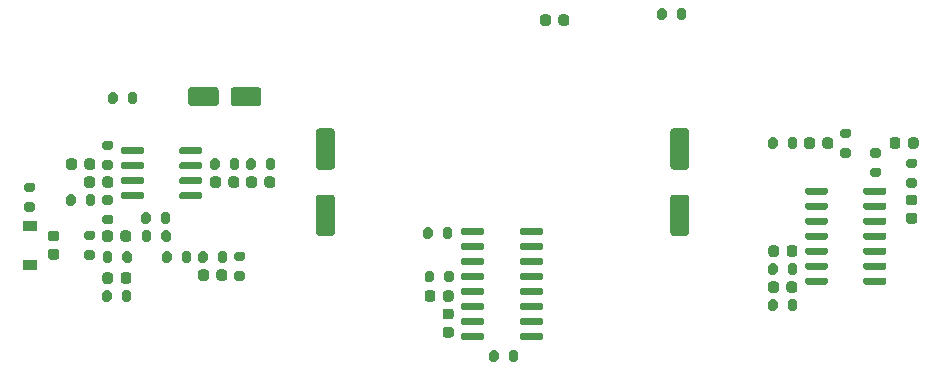
<source format=gbr>
%TF.GenerationSoftware,KiCad,Pcbnew,(5.1.7)-1*%
%TF.CreationDate,2020-11-19T18:07:40-06:00*%
%TF.ProjectId,ConsolePedalPhase,436f6e73-6f6c-4655-9065-64616c506861,rev?*%
%TF.SameCoordinates,Original*%
%TF.FileFunction,Paste,Top*%
%TF.FilePolarity,Positive*%
%FSLAX46Y46*%
G04 Gerber Fmt 4.6, Leading zero omitted, Abs format (unit mm)*
G04 Created by KiCad (PCBNEW (5.1.7)-1) date 2020-11-19 18:07:40*
%MOMM*%
%LPD*%
G01*
G04 APERTURE LIST*
%ADD10R,1.200000X0.900000*%
G04 APERTURE END LIST*
%TO.C,R1*%
G36*
G01*
X92435000Y-102279000D02*
X92985000Y-102279000D01*
G75*
G02*
X93185000Y-102479000I0J-200000D01*
G01*
X93185000Y-102879000D01*
G75*
G02*
X92985000Y-103079000I-200000J0D01*
G01*
X92435000Y-103079000D01*
G75*
G02*
X92235000Y-102879000I0J200000D01*
G01*
X92235000Y-102479000D01*
G75*
G02*
X92435000Y-102279000I200000J0D01*
G01*
G37*
G36*
G01*
X92435000Y-100629000D02*
X92985000Y-100629000D01*
G75*
G02*
X93185000Y-100829000I0J-200000D01*
G01*
X93185000Y-101229000D01*
G75*
G02*
X92985000Y-101429000I-200000J0D01*
G01*
X92435000Y-101429000D01*
G75*
G02*
X92235000Y-101229000I0J200000D01*
G01*
X92235000Y-100829000D01*
G75*
G02*
X92435000Y-100629000I200000J0D01*
G01*
G37*
%TD*%
%TO.C,R3*%
G36*
G01*
X145841000Y-86635000D02*
X145841000Y-86085000D01*
G75*
G02*
X146041000Y-85885000I200000J0D01*
G01*
X146441000Y-85885000D01*
G75*
G02*
X146641000Y-86085000I0J-200000D01*
G01*
X146641000Y-86635000D01*
G75*
G02*
X146441000Y-86835000I-200000J0D01*
G01*
X146041000Y-86835000D01*
G75*
G02*
X145841000Y-86635000I0J200000D01*
G01*
G37*
G36*
G01*
X147491000Y-86635000D02*
X147491000Y-86085000D01*
G75*
G02*
X147691000Y-85885000I200000J0D01*
G01*
X148091000Y-85885000D01*
G75*
G02*
X148291000Y-86085000I0J-200000D01*
G01*
X148291000Y-86635000D01*
G75*
G02*
X148091000Y-86835000I-200000J0D01*
G01*
X147691000Y-86835000D01*
G75*
G02*
X147491000Y-86635000I0J200000D01*
G01*
G37*
%TD*%
%TO.C,C1*%
G36*
G01*
X99777000Y-100334000D02*
X99777000Y-100834000D01*
G75*
G02*
X99552000Y-101059000I-225000J0D01*
G01*
X99102000Y-101059000D01*
G75*
G02*
X98877000Y-100834000I0J225000D01*
G01*
X98877000Y-100334000D01*
G75*
G02*
X99102000Y-100109000I225000J0D01*
G01*
X99552000Y-100109000D01*
G75*
G02*
X99777000Y-100334000I0J-225000D01*
G01*
G37*
G36*
G01*
X98227000Y-100334000D02*
X98227000Y-100834000D01*
G75*
G02*
X98002000Y-101059000I-225000J0D01*
G01*
X97552000Y-101059000D01*
G75*
G02*
X97327000Y-100834000I0J225000D01*
G01*
X97327000Y-100334000D01*
G75*
G02*
X97552000Y-100109000I225000J0D01*
G01*
X98002000Y-100109000D01*
G75*
G02*
X98227000Y-100334000I0J-225000D01*
G01*
G37*
%TD*%
%TO.C,C2*%
G36*
G01*
X135935000Y-87118000D02*
X135935000Y-86618000D01*
G75*
G02*
X136160000Y-86393000I225000J0D01*
G01*
X136610000Y-86393000D01*
G75*
G02*
X136835000Y-86618000I0J-225000D01*
G01*
X136835000Y-87118000D01*
G75*
G02*
X136610000Y-87343000I-225000J0D01*
G01*
X136160000Y-87343000D01*
G75*
G02*
X135935000Y-87118000I0J225000D01*
G01*
G37*
G36*
G01*
X137485000Y-87118000D02*
X137485000Y-86618000D01*
G75*
G02*
X137710000Y-86393000I225000J0D01*
G01*
X138160000Y-86393000D01*
G75*
G02*
X138385000Y-86618000I0J-225000D01*
G01*
X138385000Y-87118000D01*
G75*
G02*
X138160000Y-87343000I-225000J0D01*
G01*
X137710000Y-87343000D01*
G75*
G02*
X137485000Y-87118000I0J225000D01*
G01*
G37*
%TD*%
%TO.C,C3*%
G36*
G01*
X127056000Y-109986000D02*
X127056000Y-110486000D01*
G75*
G02*
X126831000Y-110711000I-225000J0D01*
G01*
X126381000Y-110711000D01*
G75*
G02*
X126156000Y-110486000I0J225000D01*
G01*
X126156000Y-109986000D01*
G75*
G02*
X126381000Y-109761000I225000J0D01*
G01*
X126831000Y-109761000D01*
G75*
G02*
X127056000Y-109986000I0J-225000D01*
G01*
G37*
G36*
G01*
X128606000Y-109986000D02*
X128606000Y-110486000D01*
G75*
G02*
X128381000Y-110711000I-225000J0D01*
G01*
X127931000Y-110711000D01*
G75*
G02*
X127706000Y-110486000I0J225000D01*
G01*
X127706000Y-109986000D01*
G75*
G02*
X127931000Y-109761000I225000J0D01*
G01*
X128381000Y-109761000D01*
G75*
G02*
X128606000Y-109986000I0J-225000D01*
G01*
G37*
%TD*%
%TO.C,C4*%
G36*
G01*
X95803000Y-99310000D02*
X95803000Y-98810000D01*
G75*
G02*
X96028000Y-98585000I225000J0D01*
G01*
X96478000Y-98585000D01*
G75*
G02*
X96703000Y-98810000I0J-225000D01*
G01*
X96703000Y-99310000D01*
G75*
G02*
X96478000Y-99535000I-225000J0D01*
G01*
X96028000Y-99535000D01*
G75*
G02*
X95803000Y-99310000I0J225000D01*
G01*
G37*
G36*
G01*
X97353000Y-99310000D02*
X97353000Y-98810000D01*
G75*
G02*
X97578000Y-98585000I225000J0D01*
G01*
X98028000Y-98585000D01*
G75*
G02*
X98253000Y-98810000I0J-225000D01*
G01*
X98253000Y-99310000D01*
G75*
G02*
X98028000Y-99535000I-225000J0D01*
G01*
X97578000Y-99535000D01*
G75*
G02*
X97353000Y-99310000I0J225000D01*
G01*
G37*
%TD*%
%TO.C,C6*%
G36*
G01*
X94492000Y-104693000D02*
X94992000Y-104693000D01*
G75*
G02*
X95217000Y-104918000I0J-225000D01*
G01*
X95217000Y-105368000D01*
G75*
G02*
X94992000Y-105593000I-225000J0D01*
G01*
X94492000Y-105593000D01*
G75*
G02*
X94267000Y-105368000I0J225000D01*
G01*
X94267000Y-104918000D01*
G75*
G02*
X94492000Y-104693000I225000J0D01*
G01*
G37*
G36*
G01*
X94492000Y-106243000D02*
X94992000Y-106243000D01*
G75*
G02*
X95217000Y-106468000I0J-225000D01*
G01*
X95217000Y-106918000D01*
G75*
G02*
X94992000Y-107143000I-225000J0D01*
G01*
X94492000Y-107143000D01*
G75*
G02*
X94267000Y-106918000I0J225000D01*
G01*
X94267000Y-106468000D01*
G75*
G02*
X94492000Y-106243000I225000J0D01*
G01*
G37*
%TD*%
%TO.C,C7*%
G36*
G01*
X100401000Y-105406000D02*
X100401000Y-104906000D01*
G75*
G02*
X100626000Y-104681000I225000J0D01*
G01*
X101076000Y-104681000D01*
G75*
G02*
X101301000Y-104906000I0J-225000D01*
G01*
X101301000Y-105406000D01*
G75*
G02*
X101076000Y-105631000I-225000J0D01*
G01*
X100626000Y-105631000D01*
G75*
G02*
X100401000Y-105406000I0J225000D01*
G01*
G37*
G36*
G01*
X98851000Y-105406000D02*
X98851000Y-104906000D01*
G75*
G02*
X99076000Y-104681000I225000J0D01*
G01*
X99526000Y-104681000D01*
G75*
G02*
X99751000Y-104906000I0J-225000D01*
G01*
X99751000Y-105406000D01*
G75*
G02*
X99526000Y-105631000I-225000J0D01*
G01*
X99076000Y-105631000D01*
G75*
G02*
X98851000Y-105406000I0J225000D01*
G01*
G37*
%TD*%
%TO.C,C8*%
G36*
G01*
X106979000Y-108708000D02*
X106979000Y-108208000D01*
G75*
G02*
X107204000Y-107983000I225000J0D01*
G01*
X107654000Y-107983000D01*
G75*
G02*
X107879000Y-108208000I0J-225000D01*
G01*
X107879000Y-108708000D01*
G75*
G02*
X107654000Y-108933000I-225000J0D01*
G01*
X107204000Y-108933000D01*
G75*
G02*
X106979000Y-108708000I0J225000D01*
G01*
G37*
G36*
G01*
X108529000Y-108708000D02*
X108529000Y-108208000D01*
G75*
G02*
X108754000Y-107983000I225000J0D01*
G01*
X109204000Y-107983000D01*
G75*
G02*
X109429000Y-108208000I0J-225000D01*
G01*
X109429000Y-108708000D01*
G75*
G02*
X109204000Y-108933000I-225000J0D01*
G01*
X108754000Y-108933000D01*
G75*
G02*
X108529000Y-108708000I0J225000D01*
G01*
G37*
%TD*%
%TO.C,C9*%
G36*
G01*
X100414000Y-108962000D02*
X100414000Y-108462000D01*
G75*
G02*
X100639000Y-108237000I225000J0D01*
G01*
X101089000Y-108237000D01*
G75*
G02*
X101314000Y-108462000I0J-225000D01*
G01*
X101314000Y-108962000D01*
G75*
G02*
X101089000Y-109187000I-225000J0D01*
G01*
X100639000Y-109187000D01*
G75*
G02*
X100414000Y-108962000I0J225000D01*
G01*
G37*
G36*
G01*
X98864000Y-108962000D02*
X98864000Y-108462000D01*
G75*
G02*
X99089000Y-108237000I225000J0D01*
G01*
X99539000Y-108237000D01*
G75*
G02*
X99764000Y-108462000I0J-225000D01*
G01*
X99764000Y-108962000D01*
G75*
G02*
X99539000Y-109187000I-225000J0D01*
G01*
X99089000Y-109187000D01*
G75*
G02*
X98864000Y-108962000I0J225000D01*
G01*
G37*
%TD*%
%TO.C,C12*%
G36*
G01*
X155239000Y-109724000D02*
X155239000Y-109224000D01*
G75*
G02*
X155464000Y-108999000I225000J0D01*
G01*
X155914000Y-108999000D01*
G75*
G02*
X156139000Y-109224000I0J-225000D01*
G01*
X156139000Y-109724000D01*
G75*
G02*
X155914000Y-109949000I-225000J0D01*
G01*
X155464000Y-109949000D01*
G75*
G02*
X155239000Y-109724000I0J225000D01*
G01*
G37*
G36*
G01*
X156789000Y-109724000D02*
X156789000Y-109224000D01*
G75*
G02*
X157014000Y-108999000I225000J0D01*
G01*
X157464000Y-108999000D01*
G75*
G02*
X157689000Y-109224000I0J-225000D01*
G01*
X157689000Y-109724000D01*
G75*
G02*
X157464000Y-109949000I-225000J0D01*
G01*
X157014000Y-109949000D01*
G75*
G02*
X156789000Y-109724000I0J225000D01*
G01*
G37*
%TD*%
%TO.C,C13*%
G36*
G01*
X156152000Y-106176000D02*
X156152000Y-106676000D01*
G75*
G02*
X155927000Y-106901000I-225000J0D01*
G01*
X155477000Y-106901000D01*
G75*
G02*
X155252000Y-106676000I0J225000D01*
G01*
X155252000Y-106176000D01*
G75*
G02*
X155477000Y-105951000I225000J0D01*
G01*
X155927000Y-105951000D01*
G75*
G02*
X156152000Y-106176000I0J-225000D01*
G01*
G37*
G36*
G01*
X157702000Y-106176000D02*
X157702000Y-106676000D01*
G75*
G02*
X157477000Y-106901000I-225000J0D01*
G01*
X157027000Y-106901000D01*
G75*
G02*
X156802000Y-106676000I0J225000D01*
G01*
X156802000Y-106176000D01*
G75*
G02*
X157027000Y-105951000I225000J0D01*
G01*
X157477000Y-105951000D01*
G75*
G02*
X157702000Y-106176000I0J-225000D01*
G01*
G37*
%TD*%
%TO.C,C14*%
G36*
G01*
X158287000Y-97532000D02*
X158287000Y-97032000D01*
G75*
G02*
X158512000Y-96807000I225000J0D01*
G01*
X158962000Y-96807000D01*
G75*
G02*
X159187000Y-97032000I0J-225000D01*
G01*
X159187000Y-97532000D01*
G75*
G02*
X158962000Y-97757000I-225000J0D01*
G01*
X158512000Y-97757000D01*
G75*
G02*
X158287000Y-97532000I0J225000D01*
G01*
G37*
G36*
G01*
X159837000Y-97532000D02*
X159837000Y-97032000D01*
G75*
G02*
X160062000Y-96807000I225000J0D01*
G01*
X160512000Y-96807000D01*
G75*
G02*
X160737000Y-97032000I0J-225000D01*
G01*
X160737000Y-97532000D01*
G75*
G02*
X160512000Y-97757000I-225000J0D01*
G01*
X160062000Y-97757000D01*
G75*
G02*
X159837000Y-97532000I0J225000D01*
G01*
G37*
%TD*%
%TO.C,C15*%
G36*
G01*
X107995000Y-100834000D02*
X107995000Y-100334000D01*
G75*
G02*
X108220000Y-100109000I225000J0D01*
G01*
X108670000Y-100109000D01*
G75*
G02*
X108895000Y-100334000I0J-225000D01*
G01*
X108895000Y-100834000D01*
G75*
G02*
X108670000Y-101059000I-225000J0D01*
G01*
X108220000Y-101059000D01*
G75*
G02*
X107995000Y-100834000I0J225000D01*
G01*
G37*
G36*
G01*
X109545000Y-100834000D02*
X109545000Y-100334000D01*
G75*
G02*
X109770000Y-100109000I225000J0D01*
G01*
X110220000Y-100109000D01*
G75*
G02*
X110445000Y-100334000I0J-225000D01*
G01*
X110445000Y-100834000D01*
G75*
G02*
X110220000Y-101059000I-225000J0D01*
G01*
X109770000Y-101059000D01*
G75*
G02*
X109545000Y-100834000I0J225000D01*
G01*
G37*
%TD*%
%TO.C,C16*%
G36*
G01*
X111043000Y-100834000D02*
X111043000Y-100334000D01*
G75*
G02*
X111268000Y-100109000I225000J0D01*
G01*
X111718000Y-100109000D01*
G75*
G02*
X111943000Y-100334000I0J-225000D01*
G01*
X111943000Y-100834000D01*
G75*
G02*
X111718000Y-101059000I-225000J0D01*
G01*
X111268000Y-101059000D01*
G75*
G02*
X111043000Y-100834000I0J225000D01*
G01*
G37*
G36*
G01*
X112593000Y-100834000D02*
X112593000Y-100334000D01*
G75*
G02*
X112818000Y-100109000I225000J0D01*
G01*
X113268000Y-100109000D01*
G75*
G02*
X113493000Y-100334000I0J-225000D01*
G01*
X113493000Y-100834000D01*
G75*
G02*
X113268000Y-101059000I-225000J0D01*
G01*
X112818000Y-101059000D01*
G75*
G02*
X112593000Y-100834000I0J225000D01*
G01*
G37*
%TD*%
%TO.C,C17*%
G36*
G01*
X166426000Y-97032000D02*
X166426000Y-97532000D01*
G75*
G02*
X166201000Y-97757000I-225000J0D01*
G01*
X165751000Y-97757000D01*
G75*
G02*
X165526000Y-97532000I0J225000D01*
G01*
X165526000Y-97032000D01*
G75*
G02*
X165751000Y-96807000I225000J0D01*
G01*
X166201000Y-96807000D01*
G75*
G02*
X166426000Y-97032000I0J-225000D01*
G01*
G37*
G36*
G01*
X167976000Y-97032000D02*
X167976000Y-97532000D01*
G75*
G02*
X167751000Y-97757000I-225000J0D01*
G01*
X167301000Y-97757000D01*
G75*
G02*
X167076000Y-97532000I0J225000D01*
G01*
X167076000Y-97032000D01*
G75*
G02*
X167301000Y-96807000I225000J0D01*
G01*
X167751000Y-96807000D01*
G75*
G02*
X167976000Y-97032000I0J-225000D01*
G01*
G37*
%TD*%
%TO.C,C18*%
G36*
G01*
X128393000Y-112197000D02*
X127893000Y-112197000D01*
G75*
G02*
X127668000Y-111972000I0J225000D01*
G01*
X127668000Y-111522000D01*
G75*
G02*
X127893000Y-111297000I225000J0D01*
G01*
X128393000Y-111297000D01*
G75*
G02*
X128618000Y-111522000I0J-225000D01*
G01*
X128618000Y-111972000D01*
G75*
G02*
X128393000Y-112197000I-225000J0D01*
G01*
G37*
G36*
G01*
X128393000Y-113747000D02*
X127893000Y-113747000D01*
G75*
G02*
X127668000Y-113522000I0J225000D01*
G01*
X127668000Y-113072000D01*
G75*
G02*
X127893000Y-112847000I225000J0D01*
G01*
X128393000Y-112847000D01*
G75*
G02*
X128618000Y-113072000I0J-225000D01*
G01*
X128618000Y-113522000D01*
G75*
G02*
X128393000Y-113747000I-225000J0D01*
G01*
G37*
%TD*%
%TO.C,C19*%
G36*
G01*
X167636000Y-102545000D02*
X167136000Y-102545000D01*
G75*
G02*
X166911000Y-102320000I0J225000D01*
G01*
X166911000Y-101870000D01*
G75*
G02*
X167136000Y-101645000I225000J0D01*
G01*
X167636000Y-101645000D01*
G75*
G02*
X167861000Y-101870000I0J-225000D01*
G01*
X167861000Y-102320000D01*
G75*
G02*
X167636000Y-102545000I-225000J0D01*
G01*
G37*
G36*
G01*
X167636000Y-104095000D02*
X167136000Y-104095000D01*
G75*
G02*
X166911000Y-103870000I0J225000D01*
G01*
X166911000Y-103420000D01*
G75*
G02*
X167136000Y-103195000I225000J0D01*
G01*
X167636000Y-103195000D01*
G75*
G02*
X167861000Y-103420000I0J-225000D01*
G01*
X167861000Y-103870000D01*
G75*
G02*
X167636000Y-104095000I-225000J0D01*
G01*
G37*
%TD*%
D10*
%TO.C,D3*%
X92710000Y-107568000D03*
X92710000Y-104268000D03*
%TD*%
%TO.C,R2*%
G36*
G01*
X99039000Y-101708000D02*
X99589000Y-101708000D01*
G75*
G02*
X99789000Y-101908000I0J-200000D01*
G01*
X99789000Y-102308000D01*
G75*
G02*
X99589000Y-102508000I-200000J0D01*
G01*
X99039000Y-102508000D01*
G75*
G02*
X98839000Y-102308000I0J200000D01*
G01*
X98839000Y-101908000D01*
G75*
G02*
X99039000Y-101708000I200000J0D01*
G01*
G37*
G36*
G01*
X99039000Y-103358000D02*
X99589000Y-103358000D01*
G75*
G02*
X99789000Y-103558000I0J-200000D01*
G01*
X99789000Y-103958000D01*
G75*
G02*
X99589000Y-104158000I-200000J0D01*
G01*
X99039000Y-104158000D01*
G75*
G02*
X98839000Y-103958000I0J200000D01*
G01*
X98839000Y-103558000D01*
G75*
G02*
X99039000Y-103358000I200000J0D01*
G01*
G37*
%TD*%
%TO.C,R4*%
G36*
G01*
X127806000Y-108860000D02*
X127806000Y-108310000D01*
G75*
G02*
X128006000Y-108110000I200000J0D01*
G01*
X128406000Y-108110000D01*
G75*
G02*
X128606000Y-108310000I0J-200000D01*
G01*
X128606000Y-108860000D01*
G75*
G02*
X128406000Y-109060000I-200000J0D01*
G01*
X128006000Y-109060000D01*
G75*
G02*
X127806000Y-108860000I0J200000D01*
G01*
G37*
G36*
G01*
X126156000Y-108860000D02*
X126156000Y-108310000D01*
G75*
G02*
X126356000Y-108110000I200000J0D01*
G01*
X126756000Y-108110000D01*
G75*
G02*
X126956000Y-108310000I0J-200000D01*
G01*
X126956000Y-108860000D01*
G75*
G02*
X126756000Y-109060000I-200000J0D01*
G01*
X126356000Y-109060000D01*
G75*
G02*
X126156000Y-108860000I0J200000D01*
G01*
G37*
%TD*%
%TO.C,R5*%
G36*
G01*
X127679000Y-105177000D02*
X127679000Y-104627000D01*
G75*
G02*
X127879000Y-104427000I200000J0D01*
G01*
X128279000Y-104427000D01*
G75*
G02*
X128479000Y-104627000I0J-200000D01*
G01*
X128479000Y-105177000D01*
G75*
G02*
X128279000Y-105377000I-200000J0D01*
G01*
X127879000Y-105377000D01*
G75*
G02*
X127679000Y-105177000I0J200000D01*
G01*
G37*
G36*
G01*
X126029000Y-105177000D02*
X126029000Y-104627000D01*
G75*
G02*
X126229000Y-104427000I200000J0D01*
G01*
X126629000Y-104427000D01*
G75*
G02*
X126829000Y-104627000I0J-200000D01*
G01*
X126829000Y-105177000D01*
G75*
G02*
X126629000Y-105377000I-200000J0D01*
G01*
X126229000Y-105377000D01*
G75*
G02*
X126029000Y-105177000I0J200000D01*
G01*
G37*
%TD*%
%TO.C,R6*%
G36*
G01*
X104731000Y-106659000D02*
X104731000Y-107209000D01*
G75*
G02*
X104531000Y-107409000I-200000J0D01*
G01*
X104131000Y-107409000D01*
G75*
G02*
X103931000Y-107209000I0J200000D01*
G01*
X103931000Y-106659000D01*
G75*
G02*
X104131000Y-106459000I200000J0D01*
G01*
X104531000Y-106459000D01*
G75*
G02*
X104731000Y-106659000I0J-200000D01*
G01*
G37*
G36*
G01*
X106381000Y-106659000D02*
X106381000Y-107209000D01*
G75*
G02*
X106181000Y-107409000I-200000J0D01*
G01*
X105781000Y-107409000D01*
G75*
G02*
X105581000Y-107209000I0J200000D01*
G01*
X105581000Y-106659000D01*
G75*
G02*
X105781000Y-106459000I200000J0D01*
G01*
X106181000Y-106459000D01*
G75*
G02*
X106381000Y-106659000I0J-200000D01*
G01*
G37*
%TD*%
%TO.C,R7*%
G36*
G01*
X98914000Y-107209000D02*
X98914000Y-106659000D01*
G75*
G02*
X99114000Y-106459000I200000J0D01*
G01*
X99514000Y-106459000D01*
G75*
G02*
X99714000Y-106659000I0J-200000D01*
G01*
X99714000Y-107209000D01*
G75*
G02*
X99514000Y-107409000I-200000J0D01*
G01*
X99114000Y-107409000D01*
G75*
G02*
X98914000Y-107209000I0J200000D01*
G01*
G37*
G36*
G01*
X100564000Y-107209000D02*
X100564000Y-106659000D01*
G75*
G02*
X100764000Y-106459000I200000J0D01*
G01*
X101164000Y-106459000D01*
G75*
G02*
X101364000Y-106659000I0J-200000D01*
G01*
X101364000Y-107209000D01*
G75*
G02*
X101164000Y-107409000I-200000J0D01*
G01*
X100764000Y-107409000D01*
G75*
G02*
X100564000Y-107209000I0J200000D01*
G01*
G37*
%TD*%
%TO.C,R8*%
G36*
G01*
X102153000Y-103907000D02*
X102153000Y-103357000D01*
G75*
G02*
X102353000Y-103157000I200000J0D01*
G01*
X102753000Y-103157000D01*
G75*
G02*
X102953000Y-103357000I0J-200000D01*
G01*
X102953000Y-103907000D01*
G75*
G02*
X102753000Y-104107000I-200000J0D01*
G01*
X102353000Y-104107000D01*
G75*
G02*
X102153000Y-103907000I0J200000D01*
G01*
G37*
G36*
G01*
X103803000Y-103907000D02*
X103803000Y-103357000D01*
G75*
G02*
X104003000Y-103157000I200000J0D01*
G01*
X104403000Y-103157000D01*
G75*
G02*
X104603000Y-103357000I0J-200000D01*
G01*
X104603000Y-103907000D01*
G75*
G02*
X104403000Y-104107000I-200000J0D01*
G01*
X104003000Y-104107000D01*
G75*
G02*
X103803000Y-103907000I0J200000D01*
G01*
G37*
%TD*%
%TO.C,R9*%
G36*
G01*
X102216000Y-105431000D02*
X102216000Y-104881000D01*
G75*
G02*
X102416000Y-104681000I200000J0D01*
G01*
X102816000Y-104681000D01*
G75*
G02*
X103016000Y-104881000I0J-200000D01*
G01*
X103016000Y-105431000D01*
G75*
G02*
X102816000Y-105631000I-200000J0D01*
G01*
X102416000Y-105631000D01*
G75*
G02*
X102216000Y-105431000I0J200000D01*
G01*
G37*
G36*
G01*
X103866000Y-105431000D02*
X103866000Y-104881000D01*
G75*
G02*
X104066000Y-104681000I200000J0D01*
G01*
X104466000Y-104681000D01*
G75*
G02*
X104666000Y-104881000I0J-200000D01*
G01*
X104666000Y-105431000D01*
G75*
G02*
X104466000Y-105631000I-200000J0D01*
G01*
X104066000Y-105631000D01*
G75*
G02*
X103866000Y-105431000I0J200000D01*
G01*
G37*
%TD*%
%TO.C,R10*%
G36*
G01*
X108629000Y-107209000D02*
X108629000Y-106659000D01*
G75*
G02*
X108829000Y-106459000I200000J0D01*
G01*
X109229000Y-106459000D01*
G75*
G02*
X109429000Y-106659000I0J-200000D01*
G01*
X109429000Y-107209000D01*
G75*
G02*
X109229000Y-107409000I-200000J0D01*
G01*
X108829000Y-107409000D01*
G75*
G02*
X108629000Y-107209000I0J200000D01*
G01*
G37*
G36*
G01*
X106979000Y-107209000D02*
X106979000Y-106659000D01*
G75*
G02*
X107179000Y-106459000I200000J0D01*
G01*
X107579000Y-106459000D01*
G75*
G02*
X107779000Y-106659000I0J-200000D01*
G01*
X107779000Y-107209000D01*
G75*
G02*
X107579000Y-107409000I-200000J0D01*
G01*
X107179000Y-107409000D01*
G75*
G02*
X106979000Y-107209000I0J200000D01*
G01*
G37*
%TD*%
%TO.C,R11*%
G36*
G01*
X98065000Y-105493000D02*
X97515000Y-105493000D01*
G75*
G02*
X97315000Y-105293000I0J200000D01*
G01*
X97315000Y-104893000D01*
G75*
G02*
X97515000Y-104693000I200000J0D01*
G01*
X98065000Y-104693000D01*
G75*
G02*
X98265000Y-104893000I0J-200000D01*
G01*
X98265000Y-105293000D01*
G75*
G02*
X98065000Y-105493000I-200000J0D01*
G01*
G37*
G36*
G01*
X98065000Y-107143000D02*
X97515000Y-107143000D01*
G75*
G02*
X97315000Y-106943000I0J200000D01*
G01*
X97315000Y-106543000D01*
G75*
G02*
X97515000Y-106343000I200000J0D01*
G01*
X98065000Y-106343000D01*
G75*
G02*
X98265000Y-106543000I0J-200000D01*
G01*
X98265000Y-106943000D01*
G75*
G02*
X98065000Y-107143000I-200000J0D01*
G01*
G37*
%TD*%
%TO.C,R12*%
G36*
G01*
X96603000Y-101833000D02*
X96603000Y-102383000D01*
G75*
G02*
X96403000Y-102583000I-200000J0D01*
G01*
X96003000Y-102583000D01*
G75*
G02*
X95803000Y-102383000I0J200000D01*
G01*
X95803000Y-101833000D01*
G75*
G02*
X96003000Y-101633000I200000J0D01*
G01*
X96403000Y-101633000D01*
G75*
G02*
X96603000Y-101833000I0J-200000D01*
G01*
G37*
G36*
G01*
X98253000Y-101833000D02*
X98253000Y-102383000D01*
G75*
G02*
X98053000Y-102583000I-200000J0D01*
G01*
X97653000Y-102583000D01*
G75*
G02*
X97453000Y-102383000I0J200000D01*
G01*
X97453000Y-101833000D01*
G75*
G02*
X97653000Y-101633000I200000J0D01*
G01*
X98053000Y-101633000D01*
G75*
G02*
X98253000Y-101833000I0J-200000D01*
G01*
G37*
%TD*%
%TO.C,R13*%
G36*
G01*
X110765000Y-108921000D02*
X110215000Y-108921000D01*
G75*
G02*
X110015000Y-108721000I0J200000D01*
G01*
X110015000Y-108321000D01*
G75*
G02*
X110215000Y-108121000I200000J0D01*
G01*
X110765000Y-108121000D01*
G75*
G02*
X110965000Y-108321000I0J-200000D01*
G01*
X110965000Y-108721000D01*
G75*
G02*
X110765000Y-108921000I-200000J0D01*
G01*
G37*
G36*
G01*
X110765000Y-107271000D02*
X110215000Y-107271000D01*
G75*
G02*
X110015000Y-107071000I0J200000D01*
G01*
X110015000Y-106671000D01*
G75*
G02*
X110215000Y-106471000I200000J0D01*
G01*
X110765000Y-106471000D01*
G75*
G02*
X110965000Y-106671000I0J-200000D01*
G01*
X110965000Y-107071000D01*
G75*
G02*
X110765000Y-107271000I-200000J0D01*
G01*
G37*
%TD*%
%TO.C,R14*%
G36*
G01*
X99651000Y-109961000D02*
X99651000Y-110511000D01*
G75*
G02*
X99451000Y-110711000I-200000J0D01*
G01*
X99051000Y-110711000D01*
G75*
G02*
X98851000Y-110511000I0J200000D01*
G01*
X98851000Y-109961000D01*
G75*
G02*
X99051000Y-109761000I200000J0D01*
G01*
X99451000Y-109761000D01*
G75*
G02*
X99651000Y-109961000I0J-200000D01*
G01*
G37*
G36*
G01*
X101301000Y-109961000D02*
X101301000Y-110511000D01*
G75*
G02*
X101101000Y-110711000I-200000J0D01*
G01*
X100701000Y-110711000D01*
G75*
G02*
X100501000Y-110511000I0J200000D01*
G01*
X100501000Y-109961000D01*
G75*
G02*
X100701000Y-109761000I200000J0D01*
G01*
X101101000Y-109761000D01*
G75*
G02*
X101301000Y-109961000I0J-200000D01*
G01*
G37*
%TD*%
%TO.C,R15*%
G36*
G01*
X155239000Y-111273000D02*
X155239000Y-110723000D01*
G75*
G02*
X155439000Y-110523000I200000J0D01*
G01*
X155839000Y-110523000D01*
G75*
G02*
X156039000Y-110723000I0J-200000D01*
G01*
X156039000Y-111273000D01*
G75*
G02*
X155839000Y-111473000I-200000J0D01*
G01*
X155439000Y-111473000D01*
G75*
G02*
X155239000Y-111273000I0J200000D01*
G01*
G37*
G36*
G01*
X156889000Y-111273000D02*
X156889000Y-110723000D01*
G75*
G02*
X157089000Y-110523000I200000J0D01*
G01*
X157489000Y-110523000D01*
G75*
G02*
X157689000Y-110723000I0J-200000D01*
G01*
X157689000Y-111273000D01*
G75*
G02*
X157489000Y-111473000I-200000J0D01*
G01*
X157089000Y-111473000D01*
G75*
G02*
X156889000Y-111273000I0J200000D01*
G01*
G37*
%TD*%
%TO.C,R16*%
G36*
G01*
X157689000Y-107675000D02*
X157689000Y-108225000D01*
G75*
G02*
X157489000Y-108425000I-200000J0D01*
G01*
X157089000Y-108425000D01*
G75*
G02*
X156889000Y-108225000I0J200000D01*
G01*
X156889000Y-107675000D01*
G75*
G02*
X157089000Y-107475000I200000J0D01*
G01*
X157489000Y-107475000D01*
G75*
G02*
X157689000Y-107675000I0J-200000D01*
G01*
G37*
G36*
G01*
X156039000Y-107675000D02*
X156039000Y-108225000D01*
G75*
G02*
X155839000Y-108425000I-200000J0D01*
G01*
X155439000Y-108425000D01*
G75*
G02*
X155239000Y-108225000I0J200000D01*
G01*
X155239000Y-107675000D01*
G75*
G02*
X155439000Y-107475000I200000J0D01*
G01*
X155839000Y-107475000D01*
G75*
G02*
X156039000Y-107675000I0J-200000D01*
G01*
G37*
%TD*%
%TO.C,R17*%
G36*
G01*
X99039000Y-97073000D02*
X99589000Y-97073000D01*
G75*
G02*
X99789000Y-97273000I0J-200000D01*
G01*
X99789000Y-97673000D01*
G75*
G02*
X99589000Y-97873000I-200000J0D01*
G01*
X99039000Y-97873000D01*
G75*
G02*
X98839000Y-97673000I0J200000D01*
G01*
X98839000Y-97273000D01*
G75*
G02*
X99039000Y-97073000I200000J0D01*
G01*
G37*
G36*
G01*
X99039000Y-98723000D02*
X99589000Y-98723000D01*
G75*
G02*
X99789000Y-98923000I0J-200000D01*
G01*
X99789000Y-99323000D01*
G75*
G02*
X99589000Y-99523000I-200000J0D01*
G01*
X99039000Y-99523000D01*
G75*
G02*
X98839000Y-99323000I0J200000D01*
G01*
X98839000Y-98923000D01*
G75*
G02*
X99039000Y-98723000I200000J0D01*
G01*
G37*
%TD*%
%TO.C,R18*%
G36*
G01*
X101809000Y-93197000D02*
X101809000Y-93747000D01*
G75*
G02*
X101609000Y-93947000I-200000J0D01*
G01*
X101209000Y-93947000D01*
G75*
G02*
X101009000Y-93747000I0J200000D01*
G01*
X101009000Y-93197000D01*
G75*
G02*
X101209000Y-92997000I200000J0D01*
G01*
X101609000Y-92997000D01*
G75*
G02*
X101809000Y-93197000I0J-200000D01*
G01*
G37*
G36*
G01*
X100159000Y-93197000D02*
X100159000Y-93747000D01*
G75*
G02*
X99959000Y-93947000I-200000J0D01*
G01*
X99559000Y-93947000D01*
G75*
G02*
X99359000Y-93747000I0J200000D01*
G01*
X99359000Y-93197000D01*
G75*
G02*
X99559000Y-92997000I200000J0D01*
G01*
X99959000Y-92997000D01*
G75*
G02*
X100159000Y-93197000I0J-200000D01*
G01*
G37*
%TD*%
%TO.C,R19*%
G36*
G01*
X161523000Y-96057000D02*
X162073000Y-96057000D01*
G75*
G02*
X162273000Y-96257000I0J-200000D01*
G01*
X162273000Y-96657000D01*
G75*
G02*
X162073000Y-96857000I-200000J0D01*
G01*
X161523000Y-96857000D01*
G75*
G02*
X161323000Y-96657000I0J200000D01*
G01*
X161323000Y-96257000D01*
G75*
G02*
X161523000Y-96057000I200000J0D01*
G01*
G37*
G36*
G01*
X161523000Y-97707000D02*
X162073000Y-97707000D01*
G75*
G02*
X162273000Y-97907000I0J-200000D01*
G01*
X162273000Y-98307000D01*
G75*
G02*
X162073000Y-98507000I-200000J0D01*
G01*
X161523000Y-98507000D01*
G75*
G02*
X161323000Y-98307000I0J200000D01*
G01*
X161323000Y-97907000D01*
G75*
G02*
X161523000Y-97707000I200000J0D01*
G01*
G37*
%TD*%
%TO.C,R20*%
G36*
G01*
X109645000Y-99335000D02*
X109645000Y-98785000D01*
G75*
G02*
X109845000Y-98585000I200000J0D01*
G01*
X110245000Y-98585000D01*
G75*
G02*
X110445000Y-98785000I0J-200000D01*
G01*
X110445000Y-99335000D01*
G75*
G02*
X110245000Y-99535000I-200000J0D01*
G01*
X109845000Y-99535000D01*
G75*
G02*
X109645000Y-99335000I0J200000D01*
G01*
G37*
G36*
G01*
X107995000Y-99335000D02*
X107995000Y-98785000D01*
G75*
G02*
X108195000Y-98585000I200000J0D01*
G01*
X108595000Y-98585000D01*
G75*
G02*
X108795000Y-98785000I0J-200000D01*
G01*
X108795000Y-99335000D01*
G75*
G02*
X108595000Y-99535000I-200000J0D01*
G01*
X108195000Y-99535000D01*
G75*
G02*
X107995000Y-99335000I0J200000D01*
G01*
G37*
%TD*%
%TO.C,R21*%
G36*
G01*
X155239000Y-97557000D02*
X155239000Y-97007000D01*
G75*
G02*
X155439000Y-96807000I200000J0D01*
G01*
X155839000Y-96807000D01*
G75*
G02*
X156039000Y-97007000I0J-200000D01*
G01*
X156039000Y-97557000D01*
G75*
G02*
X155839000Y-97757000I-200000J0D01*
G01*
X155439000Y-97757000D01*
G75*
G02*
X155239000Y-97557000I0J200000D01*
G01*
G37*
G36*
G01*
X156889000Y-97557000D02*
X156889000Y-97007000D01*
G75*
G02*
X157089000Y-96807000I200000J0D01*
G01*
X157489000Y-96807000D01*
G75*
G02*
X157689000Y-97007000I0J-200000D01*
G01*
X157689000Y-97557000D01*
G75*
G02*
X157489000Y-97757000I-200000J0D01*
G01*
X157089000Y-97757000D01*
G75*
G02*
X156889000Y-97557000I0J200000D01*
G01*
G37*
%TD*%
%TO.C,R22*%
G36*
G01*
X164063000Y-99358000D02*
X164613000Y-99358000D01*
G75*
G02*
X164813000Y-99558000I0J-200000D01*
G01*
X164813000Y-99958000D01*
G75*
G02*
X164613000Y-100158000I-200000J0D01*
G01*
X164063000Y-100158000D01*
G75*
G02*
X163863000Y-99958000I0J200000D01*
G01*
X163863000Y-99558000D01*
G75*
G02*
X164063000Y-99358000I200000J0D01*
G01*
G37*
G36*
G01*
X164063000Y-97708000D02*
X164613000Y-97708000D01*
G75*
G02*
X164813000Y-97908000I0J-200000D01*
G01*
X164813000Y-98308000D01*
G75*
G02*
X164613000Y-98508000I-200000J0D01*
G01*
X164063000Y-98508000D01*
G75*
G02*
X163863000Y-98308000I0J200000D01*
G01*
X163863000Y-97908000D01*
G75*
G02*
X164063000Y-97708000I200000J0D01*
G01*
G37*
%TD*%
%TO.C,R23*%
G36*
G01*
X113493000Y-98785000D02*
X113493000Y-99335000D01*
G75*
G02*
X113293000Y-99535000I-200000J0D01*
G01*
X112893000Y-99535000D01*
G75*
G02*
X112693000Y-99335000I0J200000D01*
G01*
X112693000Y-98785000D01*
G75*
G02*
X112893000Y-98585000I200000J0D01*
G01*
X113293000Y-98585000D01*
G75*
G02*
X113493000Y-98785000I0J-200000D01*
G01*
G37*
G36*
G01*
X111843000Y-98785000D02*
X111843000Y-99335000D01*
G75*
G02*
X111643000Y-99535000I-200000J0D01*
G01*
X111243000Y-99535000D01*
G75*
G02*
X111043000Y-99335000I0J200000D01*
G01*
X111043000Y-98785000D01*
G75*
G02*
X111243000Y-98585000I200000J0D01*
G01*
X111643000Y-98585000D01*
G75*
G02*
X111843000Y-98785000I0J-200000D01*
G01*
G37*
%TD*%
%TO.C,R24*%
G36*
G01*
X133267000Y-115591000D02*
X133267000Y-115041000D01*
G75*
G02*
X133467000Y-114841000I200000J0D01*
G01*
X133867000Y-114841000D01*
G75*
G02*
X134067000Y-115041000I0J-200000D01*
G01*
X134067000Y-115591000D01*
G75*
G02*
X133867000Y-115791000I-200000J0D01*
G01*
X133467000Y-115791000D01*
G75*
G02*
X133267000Y-115591000I0J200000D01*
G01*
G37*
G36*
G01*
X131617000Y-115591000D02*
X131617000Y-115041000D01*
G75*
G02*
X131817000Y-114841000I200000J0D01*
G01*
X132217000Y-114841000D01*
G75*
G02*
X132417000Y-115041000I0J-200000D01*
G01*
X132417000Y-115591000D01*
G75*
G02*
X132217000Y-115791000I-200000J0D01*
G01*
X131817000Y-115791000D01*
G75*
G02*
X131617000Y-115591000I0J200000D01*
G01*
G37*
%TD*%
%TO.C,R25*%
G36*
G01*
X167661000Y-99397000D02*
X167111000Y-99397000D01*
G75*
G02*
X166911000Y-99197000I0J200000D01*
G01*
X166911000Y-98797000D01*
G75*
G02*
X167111000Y-98597000I200000J0D01*
G01*
X167661000Y-98597000D01*
G75*
G02*
X167861000Y-98797000I0J-200000D01*
G01*
X167861000Y-99197000D01*
G75*
G02*
X167661000Y-99397000I-200000J0D01*
G01*
G37*
G36*
G01*
X167661000Y-101047000D02*
X167111000Y-101047000D01*
G75*
G02*
X166911000Y-100847000I0J200000D01*
G01*
X166911000Y-100447000D01*
G75*
G02*
X167111000Y-100247000I200000J0D01*
G01*
X167661000Y-100247000D01*
G75*
G02*
X167861000Y-100447000I0J-200000D01*
G01*
X167861000Y-100847000D01*
G75*
G02*
X167661000Y-101047000I-200000J0D01*
G01*
G37*
%TD*%
%TO.C,U1*%
G36*
G01*
X100436000Y-98067000D02*
X100436000Y-97767000D01*
G75*
G02*
X100586000Y-97617000I150000J0D01*
G01*
X102236000Y-97617000D01*
G75*
G02*
X102386000Y-97767000I0J-150000D01*
G01*
X102386000Y-98067000D01*
G75*
G02*
X102236000Y-98217000I-150000J0D01*
G01*
X100586000Y-98217000D01*
G75*
G02*
X100436000Y-98067000I0J150000D01*
G01*
G37*
G36*
G01*
X100436000Y-99337000D02*
X100436000Y-99037000D01*
G75*
G02*
X100586000Y-98887000I150000J0D01*
G01*
X102236000Y-98887000D01*
G75*
G02*
X102386000Y-99037000I0J-150000D01*
G01*
X102386000Y-99337000D01*
G75*
G02*
X102236000Y-99487000I-150000J0D01*
G01*
X100586000Y-99487000D01*
G75*
G02*
X100436000Y-99337000I0J150000D01*
G01*
G37*
G36*
G01*
X100436000Y-100607000D02*
X100436000Y-100307000D01*
G75*
G02*
X100586000Y-100157000I150000J0D01*
G01*
X102236000Y-100157000D01*
G75*
G02*
X102386000Y-100307000I0J-150000D01*
G01*
X102386000Y-100607000D01*
G75*
G02*
X102236000Y-100757000I-150000J0D01*
G01*
X100586000Y-100757000D01*
G75*
G02*
X100436000Y-100607000I0J150000D01*
G01*
G37*
G36*
G01*
X100436000Y-101877000D02*
X100436000Y-101577000D01*
G75*
G02*
X100586000Y-101427000I150000J0D01*
G01*
X102236000Y-101427000D01*
G75*
G02*
X102386000Y-101577000I0J-150000D01*
G01*
X102386000Y-101877000D01*
G75*
G02*
X102236000Y-102027000I-150000J0D01*
G01*
X100586000Y-102027000D01*
G75*
G02*
X100436000Y-101877000I0J150000D01*
G01*
G37*
G36*
G01*
X105386000Y-101877000D02*
X105386000Y-101577000D01*
G75*
G02*
X105536000Y-101427000I150000J0D01*
G01*
X107186000Y-101427000D01*
G75*
G02*
X107336000Y-101577000I0J-150000D01*
G01*
X107336000Y-101877000D01*
G75*
G02*
X107186000Y-102027000I-150000J0D01*
G01*
X105536000Y-102027000D01*
G75*
G02*
X105386000Y-101877000I0J150000D01*
G01*
G37*
G36*
G01*
X105386000Y-100607000D02*
X105386000Y-100307000D01*
G75*
G02*
X105536000Y-100157000I150000J0D01*
G01*
X107186000Y-100157000D01*
G75*
G02*
X107336000Y-100307000I0J-150000D01*
G01*
X107336000Y-100607000D01*
G75*
G02*
X107186000Y-100757000I-150000J0D01*
G01*
X105536000Y-100757000D01*
G75*
G02*
X105386000Y-100607000I0J150000D01*
G01*
G37*
G36*
G01*
X105386000Y-99337000D02*
X105386000Y-99037000D01*
G75*
G02*
X105536000Y-98887000I150000J0D01*
G01*
X107186000Y-98887000D01*
G75*
G02*
X107336000Y-99037000I0J-150000D01*
G01*
X107336000Y-99337000D01*
G75*
G02*
X107186000Y-99487000I-150000J0D01*
G01*
X105536000Y-99487000D01*
G75*
G02*
X105386000Y-99337000I0J150000D01*
G01*
G37*
G36*
G01*
X105386000Y-98067000D02*
X105386000Y-97767000D01*
G75*
G02*
X105536000Y-97617000I150000J0D01*
G01*
X107186000Y-97617000D01*
G75*
G02*
X107336000Y-97767000I0J-150000D01*
G01*
X107336000Y-98067000D01*
G75*
G02*
X107186000Y-98217000I-150000J0D01*
G01*
X105536000Y-98217000D01*
G75*
G02*
X105386000Y-98067000I0J150000D01*
G01*
G37*
%TD*%
%TO.C,U2*%
G36*
G01*
X158348000Y-101496000D02*
X158348000Y-101196000D01*
G75*
G02*
X158498000Y-101046000I150000J0D01*
G01*
X160148000Y-101046000D01*
G75*
G02*
X160298000Y-101196000I0J-150000D01*
G01*
X160298000Y-101496000D01*
G75*
G02*
X160148000Y-101646000I-150000J0D01*
G01*
X158498000Y-101646000D01*
G75*
G02*
X158348000Y-101496000I0J150000D01*
G01*
G37*
G36*
G01*
X158348000Y-102766000D02*
X158348000Y-102466000D01*
G75*
G02*
X158498000Y-102316000I150000J0D01*
G01*
X160148000Y-102316000D01*
G75*
G02*
X160298000Y-102466000I0J-150000D01*
G01*
X160298000Y-102766000D01*
G75*
G02*
X160148000Y-102916000I-150000J0D01*
G01*
X158498000Y-102916000D01*
G75*
G02*
X158348000Y-102766000I0J150000D01*
G01*
G37*
G36*
G01*
X158348000Y-104036000D02*
X158348000Y-103736000D01*
G75*
G02*
X158498000Y-103586000I150000J0D01*
G01*
X160148000Y-103586000D01*
G75*
G02*
X160298000Y-103736000I0J-150000D01*
G01*
X160298000Y-104036000D01*
G75*
G02*
X160148000Y-104186000I-150000J0D01*
G01*
X158498000Y-104186000D01*
G75*
G02*
X158348000Y-104036000I0J150000D01*
G01*
G37*
G36*
G01*
X158348000Y-105306000D02*
X158348000Y-105006000D01*
G75*
G02*
X158498000Y-104856000I150000J0D01*
G01*
X160148000Y-104856000D01*
G75*
G02*
X160298000Y-105006000I0J-150000D01*
G01*
X160298000Y-105306000D01*
G75*
G02*
X160148000Y-105456000I-150000J0D01*
G01*
X158498000Y-105456000D01*
G75*
G02*
X158348000Y-105306000I0J150000D01*
G01*
G37*
G36*
G01*
X158348000Y-106576000D02*
X158348000Y-106276000D01*
G75*
G02*
X158498000Y-106126000I150000J0D01*
G01*
X160148000Y-106126000D01*
G75*
G02*
X160298000Y-106276000I0J-150000D01*
G01*
X160298000Y-106576000D01*
G75*
G02*
X160148000Y-106726000I-150000J0D01*
G01*
X158498000Y-106726000D01*
G75*
G02*
X158348000Y-106576000I0J150000D01*
G01*
G37*
G36*
G01*
X158348000Y-107846000D02*
X158348000Y-107546000D01*
G75*
G02*
X158498000Y-107396000I150000J0D01*
G01*
X160148000Y-107396000D01*
G75*
G02*
X160298000Y-107546000I0J-150000D01*
G01*
X160298000Y-107846000D01*
G75*
G02*
X160148000Y-107996000I-150000J0D01*
G01*
X158498000Y-107996000D01*
G75*
G02*
X158348000Y-107846000I0J150000D01*
G01*
G37*
G36*
G01*
X158348000Y-109116000D02*
X158348000Y-108816000D01*
G75*
G02*
X158498000Y-108666000I150000J0D01*
G01*
X160148000Y-108666000D01*
G75*
G02*
X160298000Y-108816000I0J-150000D01*
G01*
X160298000Y-109116000D01*
G75*
G02*
X160148000Y-109266000I-150000J0D01*
G01*
X158498000Y-109266000D01*
G75*
G02*
X158348000Y-109116000I0J150000D01*
G01*
G37*
G36*
G01*
X163298000Y-109116000D02*
X163298000Y-108816000D01*
G75*
G02*
X163448000Y-108666000I150000J0D01*
G01*
X165098000Y-108666000D01*
G75*
G02*
X165248000Y-108816000I0J-150000D01*
G01*
X165248000Y-109116000D01*
G75*
G02*
X165098000Y-109266000I-150000J0D01*
G01*
X163448000Y-109266000D01*
G75*
G02*
X163298000Y-109116000I0J150000D01*
G01*
G37*
G36*
G01*
X163298000Y-107846000D02*
X163298000Y-107546000D01*
G75*
G02*
X163448000Y-107396000I150000J0D01*
G01*
X165098000Y-107396000D01*
G75*
G02*
X165248000Y-107546000I0J-150000D01*
G01*
X165248000Y-107846000D01*
G75*
G02*
X165098000Y-107996000I-150000J0D01*
G01*
X163448000Y-107996000D01*
G75*
G02*
X163298000Y-107846000I0J150000D01*
G01*
G37*
G36*
G01*
X163298000Y-106576000D02*
X163298000Y-106276000D01*
G75*
G02*
X163448000Y-106126000I150000J0D01*
G01*
X165098000Y-106126000D01*
G75*
G02*
X165248000Y-106276000I0J-150000D01*
G01*
X165248000Y-106576000D01*
G75*
G02*
X165098000Y-106726000I-150000J0D01*
G01*
X163448000Y-106726000D01*
G75*
G02*
X163298000Y-106576000I0J150000D01*
G01*
G37*
G36*
G01*
X163298000Y-105306000D02*
X163298000Y-105006000D01*
G75*
G02*
X163448000Y-104856000I150000J0D01*
G01*
X165098000Y-104856000D01*
G75*
G02*
X165248000Y-105006000I0J-150000D01*
G01*
X165248000Y-105306000D01*
G75*
G02*
X165098000Y-105456000I-150000J0D01*
G01*
X163448000Y-105456000D01*
G75*
G02*
X163298000Y-105306000I0J150000D01*
G01*
G37*
G36*
G01*
X163298000Y-104036000D02*
X163298000Y-103736000D01*
G75*
G02*
X163448000Y-103586000I150000J0D01*
G01*
X165098000Y-103586000D01*
G75*
G02*
X165248000Y-103736000I0J-150000D01*
G01*
X165248000Y-104036000D01*
G75*
G02*
X165098000Y-104186000I-150000J0D01*
G01*
X163448000Y-104186000D01*
G75*
G02*
X163298000Y-104036000I0J150000D01*
G01*
G37*
G36*
G01*
X163298000Y-102766000D02*
X163298000Y-102466000D01*
G75*
G02*
X163448000Y-102316000I150000J0D01*
G01*
X165098000Y-102316000D01*
G75*
G02*
X165248000Y-102466000I0J-150000D01*
G01*
X165248000Y-102766000D01*
G75*
G02*
X165098000Y-102916000I-150000J0D01*
G01*
X163448000Y-102916000D01*
G75*
G02*
X163298000Y-102766000I0J150000D01*
G01*
G37*
G36*
G01*
X163298000Y-101496000D02*
X163298000Y-101196000D01*
G75*
G02*
X163448000Y-101046000I150000J0D01*
G01*
X165098000Y-101046000D01*
G75*
G02*
X165248000Y-101196000I0J-150000D01*
G01*
X165248000Y-101496000D01*
G75*
G02*
X165098000Y-101646000I-150000J0D01*
G01*
X163448000Y-101646000D01*
G75*
G02*
X163298000Y-101496000I0J150000D01*
G01*
G37*
%TD*%
%TO.C,U3*%
G36*
G01*
X129215000Y-104925000D02*
X129215000Y-104625000D01*
G75*
G02*
X129365000Y-104475000I150000J0D01*
G01*
X131065000Y-104475000D01*
G75*
G02*
X131215000Y-104625000I0J-150000D01*
G01*
X131215000Y-104925000D01*
G75*
G02*
X131065000Y-105075000I-150000J0D01*
G01*
X129365000Y-105075000D01*
G75*
G02*
X129215000Y-104925000I0J150000D01*
G01*
G37*
G36*
G01*
X129215000Y-106195000D02*
X129215000Y-105895000D01*
G75*
G02*
X129365000Y-105745000I150000J0D01*
G01*
X131065000Y-105745000D01*
G75*
G02*
X131215000Y-105895000I0J-150000D01*
G01*
X131215000Y-106195000D01*
G75*
G02*
X131065000Y-106345000I-150000J0D01*
G01*
X129365000Y-106345000D01*
G75*
G02*
X129215000Y-106195000I0J150000D01*
G01*
G37*
G36*
G01*
X129215000Y-107465000D02*
X129215000Y-107165000D01*
G75*
G02*
X129365000Y-107015000I150000J0D01*
G01*
X131065000Y-107015000D01*
G75*
G02*
X131215000Y-107165000I0J-150000D01*
G01*
X131215000Y-107465000D01*
G75*
G02*
X131065000Y-107615000I-150000J0D01*
G01*
X129365000Y-107615000D01*
G75*
G02*
X129215000Y-107465000I0J150000D01*
G01*
G37*
G36*
G01*
X129215000Y-108735000D02*
X129215000Y-108435000D01*
G75*
G02*
X129365000Y-108285000I150000J0D01*
G01*
X131065000Y-108285000D01*
G75*
G02*
X131215000Y-108435000I0J-150000D01*
G01*
X131215000Y-108735000D01*
G75*
G02*
X131065000Y-108885000I-150000J0D01*
G01*
X129365000Y-108885000D01*
G75*
G02*
X129215000Y-108735000I0J150000D01*
G01*
G37*
G36*
G01*
X129215000Y-110005000D02*
X129215000Y-109705000D01*
G75*
G02*
X129365000Y-109555000I150000J0D01*
G01*
X131065000Y-109555000D01*
G75*
G02*
X131215000Y-109705000I0J-150000D01*
G01*
X131215000Y-110005000D01*
G75*
G02*
X131065000Y-110155000I-150000J0D01*
G01*
X129365000Y-110155000D01*
G75*
G02*
X129215000Y-110005000I0J150000D01*
G01*
G37*
G36*
G01*
X129215000Y-111275000D02*
X129215000Y-110975000D01*
G75*
G02*
X129365000Y-110825000I150000J0D01*
G01*
X131065000Y-110825000D01*
G75*
G02*
X131215000Y-110975000I0J-150000D01*
G01*
X131215000Y-111275000D01*
G75*
G02*
X131065000Y-111425000I-150000J0D01*
G01*
X129365000Y-111425000D01*
G75*
G02*
X129215000Y-111275000I0J150000D01*
G01*
G37*
G36*
G01*
X129215000Y-112545000D02*
X129215000Y-112245000D01*
G75*
G02*
X129365000Y-112095000I150000J0D01*
G01*
X131065000Y-112095000D01*
G75*
G02*
X131215000Y-112245000I0J-150000D01*
G01*
X131215000Y-112545000D01*
G75*
G02*
X131065000Y-112695000I-150000J0D01*
G01*
X129365000Y-112695000D01*
G75*
G02*
X129215000Y-112545000I0J150000D01*
G01*
G37*
G36*
G01*
X129215000Y-113815000D02*
X129215000Y-113515000D01*
G75*
G02*
X129365000Y-113365000I150000J0D01*
G01*
X131065000Y-113365000D01*
G75*
G02*
X131215000Y-113515000I0J-150000D01*
G01*
X131215000Y-113815000D01*
G75*
G02*
X131065000Y-113965000I-150000J0D01*
G01*
X129365000Y-113965000D01*
G75*
G02*
X129215000Y-113815000I0J150000D01*
G01*
G37*
G36*
G01*
X134215000Y-113815000D02*
X134215000Y-113515000D01*
G75*
G02*
X134365000Y-113365000I150000J0D01*
G01*
X136065000Y-113365000D01*
G75*
G02*
X136215000Y-113515000I0J-150000D01*
G01*
X136215000Y-113815000D01*
G75*
G02*
X136065000Y-113965000I-150000J0D01*
G01*
X134365000Y-113965000D01*
G75*
G02*
X134215000Y-113815000I0J150000D01*
G01*
G37*
G36*
G01*
X134215000Y-112545000D02*
X134215000Y-112245000D01*
G75*
G02*
X134365000Y-112095000I150000J0D01*
G01*
X136065000Y-112095000D01*
G75*
G02*
X136215000Y-112245000I0J-150000D01*
G01*
X136215000Y-112545000D01*
G75*
G02*
X136065000Y-112695000I-150000J0D01*
G01*
X134365000Y-112695000D01*
G75*
G02*
X134215000Y-112545000I0J150000D01*
G01*
G37*
G36*
G01*
X134215000Y-111275000D02*
X134215000Y-110975000D01*
G75*
G02*
X134365000Y-110825000I150000J0D01*
G01*
X136065000Y-110825000D01*
G75*
G02*
X136215000Y-110975000I0J-150000D01*
G01*
X136215000Y-111275000D01*
G75*
G02*
X136065000Y-111425000I-150000J0D01*
G01*
X134365000Y-111425000D01*
G75*
G02*
X134215000Y-111275000I0J150000D01*
G01*
G37*
G36*
G01*
X134215000Y-110005000D02*
X134215000Y-109705000D01*
G75*
G02*
X134365000Y-109555000I150000J0D01*
G01*
X136065000Y-109555000D01*
G75*
G02*
X136215000Y-109705000I0J-150000D01*
G01*
X136215000Y-110005000D01*
G75*
G02*
X136065000Y-110155000I-150000J0D01*
G01*
X134365000Y-110155000D01*
G75*
G02*
X134215000Y-110005000I0J150000D01*
G01*
G37*
G36*
G01*
X134215000Y-108735000D02*
X134215000Y-108435000D01*
G75*
G02*
X134365000Y-108285000I150000J0D01*
G01*
X136065000Y-108285000D01*
G75*
G02*
X136215000Y-108435000I0J-150000D01*
G01*
X136215000Y-108735000D01*
G75*
G02*
X136065000Y-108885000I-150000J0D01*
G01*
X134365000Y-108885000D01*
G75*
G02*
X134215000Y-108735000I0J150000D01*
G01*
G37*
G36*
G01*
X134215000Y-107465000D02*
X134215000Y-107165000D01*
G75*
G02*
X134365000Y-107015000I150000J0D01*
G01*
X136065000Y-107015000D01*
G75*
G02*
X136215000Y-107165000I0J-150000D01*
G01*
X136215000Y-107465000D01*
G75*
G02*
X136065000Y-107615000I-150000J0D01*
G01*
X134365000Y-107615000D01*
G75*
G02*
X134215000Y-107465000I0J150000D01*
G01*
G37*
G36*
G01*
X134215000Y-106195000D02*
X134215000Y-105895000D01*
G75*
G02*
X134365000Y-105745000I150000J0D01*
G01*
X136065000Y-105745000D01*
G75*
G02*
X136215000Y-105895000I0J-150000D01*
G01*
X136215000Y-106195000D01*
G75*
G02*
X136065000Y-106345000I-150000J0D01*
G01*
X134365000Y-106345000D01*
G75*
G02*
X134215000Y-106195000I0J150000D01*
G01*
G37*
G36*
G01*
X134215000Y-104925000D02*
X134215000Y-104625000D01*
G75*
G02*
X134365000Y-104475000I150000J0D01*
G01*
X136065000Y-104475000D01*
G75*
G02*
X136215000Y-104625000I0J-150000D01*
G01*
X136215000Y-104925000D01*
G75*
G02*
X136065000Y-105075000I-150000J0D01*
G01*
X134365000Y-105075000D01*
G75*
G02*
X134215000Y-104925000I0J150000D01*
G01*
G37*
%TD*%
%TO.C,C5*%
G36*
G01*
X147200000Y-96034000D02*
X148300000Y-96034000D01*
G75*
G02*
X148550000Y-96284000I0J-250000D01*
G01*
X148550000Y-99284000D01*
G75*
G02*
X148300000Y-99534000I-250000J0D01*
G01*
X147200000Y-99534000D01*
G75*
G02*
X146950000Y-99284000I0J250000D01*
G01*
X146950000Y-96284000D01*
G75*
G02*
X147200000Y-96034000I250000J0D01*
G01*
G37*
G36*
G01*
X147200000Y-101634000D02*
X148300000Y-101634000D01*
G75*
G02*
X148550000Y-101884000I0J-250000D01*
G01*
X148550000Y-104884000D01*
G75*
G02*
X148300000Y-105134000I-250000J0D01*
G01*
X147200000Y-105134000D01*
G75*
G02*
X146950000Y-104884000I0J250000D01*
G01*
X146950000Y-101884000D01*
G75*
G02*
X147200000Y-101634000I250000J0D01*
G01*
G37*
%TD*%
%TO.C,C10*%
G36*
G01*
X117200000Y-101634000D02*
X118300000Y-101634000D01*
G75*
G02*
X118550000Y-101884000I0J-250000D01*
G01*
X118550000Y-104884000D01*
G75*
G02*
X118300000Y-105134000I-250000J0D01*
G01*
X117200000Y-105134000D01*
G75*
G02*
X116950000Y-104884000I0J250000D01*
G01*
X116950000Y-101884000D01*
G75*
G02*
X117200000Y-101634000I250000J0D01*
G01*
G37*
G36*
G01*
X117200000Y-96034000D02*
X118300000Y-96034000D01*
G75*
G02*
X118550000Y-96284000I0J-250000D01*
G01*
X118550000Y-99284000D01*
G75*
G02*
X118300000Y-99534000I-250000J0D01*
G01*
X117200000Y-99534000D01*
G75*
G02*
X116950000Y-99284000I0J250000D01*
G01*
X116950000Y-96284000D01*
G75*
G02*
X117200000Y-96034000I250000J0D01*
G01*
G37*
%TD*%
%TO.C,C11*%
G36*
G01*
X112320000Y-92795000D02*
X112320000Y-93895000D01*
G75*
G02*
X112070000Y-94145000I-250000J0D01*
G01*
X109970000Y-94145000D01*
G75*
G02*
X109720000Y-93895000I0J250000D01*
G01*
X109720000Y-92795000D01*
G75*
G02*
X109970000Y-92545000I250000J0D01*
G01*
X112070000Y-92545000D01*
G75*
G02*
X112320000Y-92795000I0J-250000D01*
G01*
G37*
G36*
G01*
X108720000Y-92795000D02*
X108720000Y-93895000D01*
G75*
G02*
X108470000Y-94145000I-250000J0D01*
G01*
X106370000Y-94145000D01*
G75*
G02*
X106120000Y-93895000I0J250000D01*
G01*
X106120000Y-92795000D01*
G75*
G02*
X106370000Y-92545000I250000J0D01*
G01*
X108470000Y-92545000D01*
G75*
G02*
X108720000Y-92795000I0J-250000D01*
G01*
G37*
%TD*%
M02*

</source>
